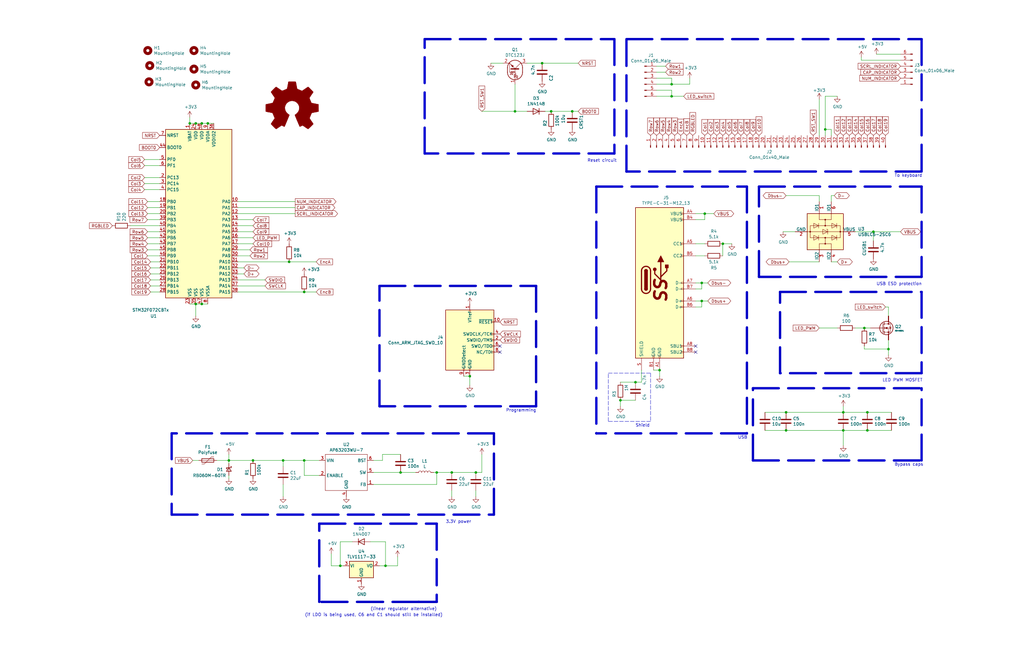
<source format=kicad_sch>
(kicad_sch (version 20200618) (host eeschema "(5.99.0-2195-g476558ece)")
  (page 1 1)
  (paper "B")
  (lib_symbols
    (symbol "Boston-controller-STM32-rescue:AO4406AL-Acheron"
      (property "Reference" "Q" (at -5.08 3.81 0))
      (property "Value" "AO4406AL-Acheron" (at -5.08 -2.54 0))
      (symbol "AO4406AL-Acheron_1_1"
        (pin passive line (at 0 -5.08 90) (length 2.54) (name "~") (number "1"))
        (pin passive line (at 0 -5.08 90) (length 2.54) (name "~") (number "2"))
        (pin passive line (at 0 -5.08 90) (length 2.54) (name "~") (number "3"))
        (pin input line (at -7.62 0 0) (length 5.08) (name "G") (number "4"))
        (pin passive line (at 0 5.08 270) (length 2.54) (name "D") (number "5"))
        (pin passive line (at 0 5.08 270) (length 2.54) (name "~") (number "6"))
        (pin passive line (at 0 5.08 270) (length 2.54) (name "~") (number "7"))
        (pin passive line (at 0 5.08 270) (length 2.54) (name "~") (number "8"))
      )
    )
    (symbol "Boston-controller-STM32-rescue:AP63203WU-7-Acheron"
      (property "Reference" "U" (at 0 13.97 0))
      (property "Value" "AP63203WU-7-Acheron" (at 0 11.43 0))
      (symbol "AP63203WU-7-Acheron_1_1"
        (pin input line (at 11.43 -2.54 180) (length 2.54) (name "FB") (number "1"))
        (pin input line (at -11.43 1.27 0) (length 2.54) (name "ENABLE") (number "2"))
        (pin input line (at -11.43 7.62 0) (length 2.54) (name "VIN") (number "3"))
        (pin input line (at 0 -7.62 90) (length 2.54) (name "GND") (number "4"))
        (pin output line (at 11.43 2.54 180) (length 2.54) (name "SW") (number "5"))
        (pin input line (at 11.43 7.62 180) (length 2.54) (name "BST") (number "6"))
      )
    )
    (symbol "Boston-controller-STM32-rescue:TYPE-C-31-M12_13-Acheron"
      (property "Reference" "J" (at -1.27 35.56 0))
      (property "Value" "TYPE-C-31-M12_13-Acheron" (at 10.16 33.02 0))
      (symbol "TYPE-C-31-M12_13-Acheron_0_0"
        (text "SS" (at 0.508 -3.175 900) (effects (font (size 5.08 5.08) bold italic)))
      )
      (symbol "TYPE-C-31-M12_13-Acheron_1_1"
        (pin power_out line (at 0 -36.83 90) (length 5.08) (name "GND") (number "A1"))
        (pin power_out line (at 15.24 29.21 180) (length 5.08) (name "VBUS") (number "A4"))
        (pin bidirectional line (at 15.24 16.51 180) (length 5.08) (name "CC1") (number "A5"))
        (pin bidirectional line (at 15.24 -7.62 180) (length 5.08) (name "D+") (number "A6"))
        (pin bidirectional line (at 15.24 0 180) (length 5.08) (name "D-") (number "A7"))
        (pin bidirectional line (at 15.24 -26.67 180) (length 5.08) (name "SBU1") (number "A8"))
        (pin power_out line (at -2.54 -36.83 90) (length 5.08) (name "GND") (number "B1"))
        (pin power_out line (at 15.24 26.67 180) (length 5.08) (name "VBUS") (number "B4"))
        (pin bidirectional line (at 15.24 11.43 180) (length 5.08) (name "CC2") (number "B5"))
        (pin bidirectional line (at 15.24 -10.16 180) (length 5.08) (name "D+") (number "B6"))
        (pin bidirectional line (at 15.24 -2.54 180) (length 5.08) (name "D-") (number "B7"))
        (pin bidirectional line (at 15.24 -29.21 180) (length 5.08) (name "SBU2") (number "B8"))
        (pin passive line (at -7.62 -36.83 90) (length 5.08) (name "SHIELD") (number "S"))
      )
    )
    (symbol "Boston-controller-STM32-rescue:USBLC6-2SC6-Power_Protection" (pin_names (offset 0))
      (property "Reference" "U" (at 5.08 8.89 0))
      (property "Value" "USBLC6-2SC6-Power_Protection" (at 10.16 -10.16 0))
      (symbol "USBLC6-2SC6-Power_Protection_1_1"
        (pin passive line (at -12.7 -2.54 0) (length 5.08) (name "IO1") (number "1"))
        (pin passive line (at 0 -12.7 90) (length 5.08) (name "GND") (number "2"))
        (pin passive line (at 12.7 -2.54 180) (length 5.08) (name "IO2") (number "3"))
        (pin passive line (at 12.7 2.54 180) (length 5.08) (name "IO2") (number "4"))
        (pin passive line (at 0 12.7 270) (length 5.08) (name "VBUS") (number "5"))
        (pin passive line (at -12.7 2.54 0) (length 5.08) (name "IO1") (number "6"))
      )
    )
    (symbol "Connector:Conn_01x06_Male" (pin_names hide)
      (property "Reference" "J" (at 0 7.62 0))
      (property "Value" "Conn_01x06_Male" (at 0 -10.16 0))
      (symbol "Conn_01x06_Male_1_1"
        (pin passive line (at 5.08 5.08 180) (length 3.81) (name "Pin_1") (number "1"))
        (pin passive line (at 5.08 2.54 180) (length 3.81) (name "Pin_2") (number "2"))
        (pin passive line (at 5.08 0 180) (length 3.81) (name "Pin_3") (number "3"))
        (pin passive line (at 5.08 -2.54 180) (length 3.81) (name "Pin_4") (number "4"))
        (pin passive line (at 5.08 -5.08 180) (length 3.81) (name "Pin_5") (number "5"))
        (pin passive line (at 5.08 -7.62 180) (length 3.81) (name "Pin_6") (number "6"))
      )
    )
    (symbol "Connector:Conn_01x40_Male" (pin_names hide)
      (property "Reference" "J" (at 0 50.8 0))
      (property "Value" "Conn_01x40_Male" (at 0 -53.34 0))
      (symbol "Conn_01x40_Male_1_1"
        (pin passive line (at 5.08 48.26 180) (length 3.81) (name "Pin_1") (number "1"))
        (pin passive line (at 5.08 25.4 180) (length 3.81) (name "Pin_10") (number "10"))
        (pin passive line (at 5.08 22.86 180) (length 3.81) (name "Pin_11") (number "11"))
        (pin passive line (at 5.08 20.32 180) (length 3.81) (name "Pin_12") (number "12"))
        (pin passive line (at 5.08 17.78 180) (length 3.81) (name "Pin_13") (number "13"))
        (pin passive line (at 5.08 15.24 180) (length 3.81) (name "Pin_14") (number "14"))
        (pin passive line (at 5.08 12.7 180) (length 3.81) (name "Pin_15") (number "15"))
        (pin passive line (at 5.08 10.16 180) (length 3.81) (name "Pin_16") (number "16"))
        (pin passive line (at 5.08 7.62 180) (length 3.81) (name "Pin_17") (number "17"))
        (pin passive line (at 5.08 5.08 180) (length 3.81) (name "Pin_18") (number "18"))
        (pin passive line (at 5.08 2.54 180) (length 3.81) (name "Pin_19") (number "19"))
        (pin passive line (at 5.08 45.72 180) (length 3.81) (name "Pin_2") (number "2"))
        (pin passive line (at 5.08 0 180) (length 3.81) (name "Pin_20") (number "20"))
        (pin passive line (at 5.08 -2.54 180) (length 3.81) (name "Pin_21") (number "21"))
        (pin passive line (at 5.08 -5.08 180) (length 3.81) (name "Pin_22") (number "22"))
        (pin passive line (at 5.08 -7.62 180) (length 3.81) (name "Pin_23") (number "23"))
        (pin passive line (at 5.08 -10.16 180) (length 3.81) (name "Pin_24") (number "24"))
        (pin passive line (at 5.08 -12.7 180) (length 3.81) (name "Pin_25") (number "25"))
        (pin passive line (at 5.08 -15.24 180) (length 3.81) (name "Pin_26") (number "26"))
        (pin passive line (at 5.08 -17.78 180) (length 3.81) (name "Pin_27") (number "27"))
        (pin passive line (at 5.08 -20.32 180) (length 3.81) (name "Pin_28") (number "28"))
        (pin passive line (at 5.08 -22.86 180) (length 3.81) (name "Pin_29") (number "29"))
        (pin passive line (at 5.08 43.18 180) (length 3.81) (name "Pin_3") (number "3"))
        (pin passive line (at 5.08 -25.4 180) (length 3.81) (name "Pin_30") (number "30"))
        (pin passive line (at 5.08 -27.94 180) (length 3.81) (name "Pin_31") (number "31"))
        (pin passive line (at 5.08 -30.48 180) (length 3.81) (name "Pin_32") (number "32"))
        (pin passive line (at 5.08 -33.02 180) (length 3.81) (name "Pin_33") (number "33"))
        (pin passive line (at 5.08 -35.56 180) (length 3.81) (name "Pin_34") (number "34"))
        (pin passive line (at 5.08 -38.1 180) (length 3.81) (name "Pin_35") (number "35"))
        (pin passive line (at 5.08 -40.64 180) (length 3.81) (name "Pin_36") (number "36"))
        (pin passive line (at 5.08 -43.18 180) (length 3.81) (name "Pin_37") (number "37"))
        (pin passive line (at 5.08 -45.72 180) (length 3.81) (name "Pin_38") (number "38"))
        (pin passive line (at 5.08 -48.26 180) (length 3.81) (name "Pin_39") (number "39"))
        (pin passive line (at 5.08 40.64 180) (length 3.81) (name "Pin_4") (number "4"))
        (pin passive line (at 5.08 -50.8 180) (length 3.81) (name "Pin_40") (number "40"))
        (pin passive line (at 5.08 38.1 180) (length 3.81) (name "Pin_5") (number "5"))
        (pin passive line (at 5.08 35.56 180) (length 3.81) (name "Pin_6") (number "6"))
        (pin passive line (at 5.08 33.02 180) (length 3.81) (name "Pin_7") (number "7"))
        (pin passive line (at 5.08 30.48 180) (length 3.81) (name "Pin_8") (number "8"))
        (pin passive line (at 5.08 27.94 180) (length 3.81) (name "Pin_9") (number "9"))
      )
    )
    (symbol "Connector:Conn_ARM_JTAG_SWD_10"
      (property "Reference" "J" (at -2.54 16.51 0))
      (property "Value" "Conn_ARM_JTAG_SWD_10" (at -2.54 13.97 0))
      (symbol "Conn_ARM_JTAG_SWD_10_1_1"
        (pin power_in line (at 0 15.24 270) (length 2.54) (name "VTref") (number "1"))
        (pin open_collector line (at 12.7 7.62 180) (length 2.54) (name "~RESET~") (number "10"))
        (pin bidirectional line (at 12.7 0 180) (length 2.54) (name "SWDIO/TMS") (number "2"))
        (pin power_in line (at 0 -15.24 90) (length 2.54) (name "GND") (number "3"))
        (pin output line (at 12.7 2.54 180) (length 2.54) (name "SWDCLK/TCK") (number "4"))
        (pin passive line (at 0 -15.24 90) (length 2.54) hide (name "GND") (number "5"))
        (pin input line (at 12.7 -2.54 180) (length 2.54) (name "SWO/TDO") (number "6"))
        (pin unconnected line (at -10.16 0 0) (length 2.54) hide (name "KEY") (number "7"))
        (pin output line (at 12.7 -5.08 180) (length 2.54) (name "NC/TDI") (number "8"))
        (pin passive line (at -2.54 -15.24 90) (length 2.54) (name "GNDDetect") (number "9"))
      )
    )
    (symbol "Device:C" (pin_numbers hide) (pin_names (offset 0.254))
      (property "Reference" "C" (at 0.635 2.54 0))
      (property "Value" "C" (at 0.635 -2.54 0))
      (symbol "C_1_1"
        (pin passive line (at 0 3.81 270) (length 2.794) (name "~") (number "1"))
        (pin passive line (at 0 -3.81 90) (length 2.794) (name "~") (number "2"))
      )
    )
    (symbol "Device:D_Schottky_Small" (pin_numbers hide) (pin_names (offset 0.254) hide)
      (property "Reference" "D" (at -1.27 2.032 0))
      (property "Value" "D_Schottky_Small" (at -7.112 -2.032 0))
      (symbol "D_Schottky_Small_1_1"
        (pin passive line (at -2.54 0 0) (length 1.778) (name "K") (number "1"))
        (pin passive line (at 2.54 0 180) (length 1.778) (name "A") (number "2"))
      )
    )
    (symbol "Device:L" (pin_numbers hide) (pin_names hide)
      (property "Reference" "L" (at -1.27 0 90))
      (property "Value" "L" (at 1.905 0 90))
      (symbol "L_1_1"
        (pin passive line (at 0 3.81 270) (length 1.27) (name "1") (number "1"))
        (pin passive line (at 0 -3.81 90) (length 1.27) (name "2") (number "2"))
      )
    )
    (symbol "Device:Polyfuse" (pin_numbers hide) (pin_names (offset 0))
      (property "Reference" "F" (at -2.54 0 90))
      (property "Value" "Polyfuse" (at 2.54 0 90))
      (symbol "Polyfuse_1_1"
        (pin passive line (at 0 3.81 270) (length 1.27) (name "~") (number "1"))
        (pin passive line (at 0 -3.81 90) (length 1.27) (name "~") (number "2"))
      )
    )
    (symbol "Device:R" (pin_numbers hide) (pin_names (offset 0))
      (property "Reference" "R" (at 2.032 0 90))
      (property "Value" "R" (at 0 0 90))
      (symbol "R_1_1"
        (pin passive line (at 0 3.81 270) (length 1.27) (name "~") (number "1"))
        (pin passive line (at 0 -3.81 90) (length 1.27) (name "~") (number "2"))
      )
    )
    (symbol "Diode:1N4007" (pin_numbers hide) (pin_names hide)
      (property "Reference" "D" (at 0 2.54 0))
      (property "Value" "1N4007" (at 0 -2.54 0))
      (symbol "1N4007_1_1"
        (pin passive line (at -3.81 0 0) (length 2.54) (name "K") (number "1"))
        (pin passive line (at 3.81 0 180) (length 2.54) (name "A") (number "2"))
      )
    )
    (symbol "Diode:1N4148" (pin_numbers hide) (pin_names hide)
      (property "Reference" "D" (at 0 2.54 0))
      (property "Value" "1N4148" (at 0 -2.54 0))
      (symbol "1N4148_1_1"
        (pin passive line (at -3.81 0 0) (length 2.54) (name "K") (number "1"))
        (pin passive line (at 3.81 0 180) (length 2.54) (name "A") (number "2"))
      )
    )
    (symbol "Graphic:Logo_Open_Hardware_Large")
    (symbol "MCU_ST_STM32F0:STM32F072CBTx" (pin_names (offset 0.508))
      (property "Reference" "U" (at -15.24 36.83 0))
      (property "Value" "STM32F072CBTx" (at 7.62 36.83 0))
      (symbol "STM32F072CBTx_1_1"
        (pin power_in line (at -5.08 38.1 270) (length 2.54) (name "VBAT") (number "1"))
        (pin bidirectional line (at 15.24 5.08 180) (length 2.54) (name "PA0") (number "10"))
        (pin bidirectional line (at 15.24 2.54 180) (length 2.54) (name "PA1") (number "11"))
        (pin bidirectional line (at 15.24 0 180) (length 2.54) (name "PA2") (number "12"))
        (pin bidirectional line (at 15.24 -2.54 180) (length 2.54) (name "PA3") (number "13"))
        (pin bidirectional line (at 15.24 -5.08 180) (length 2.54) (name "PA4") (number "14"))
        (pin bidirectional line (at 15.24 -7.62 180) (length 2.54) (name "PA5") (number "15"))
        (pin bidirectional line (at 15.24 -10.16 180) (length 2.54) (name "PA6") (number "16"))
        (pin bidirectional line (at 15.24 -12.7 180) (length 2.54) (name "PA7") (number "17"))
        (pin bidirectional line (at -17.78 5.08 0) (length 2.54) (name "PB0") (number "18"))
        (pin bidirectional line (at -17.78 2.54 0) (length 2.54) (name "PB1") (number "19"))
        (pin bidirectional line (at -17.78 15.24 0) (length 2.54) (name "PC13") (number "2"))
        (pin bidirectional line (at -17.78 0 0) (length 2.54) (name "PB2") (number "20"))
        (pin bidirectional line (at -17.78 -20.32 0) (length 2.54) (name "PB10") (number "21"))
        (pin bidirectional line (at -17.78 -22.86 0) (length 2.54) (name "PB11") (number "22"))
        (pin power_in line (at -5.08 -38.1 90) (length 2.54) (name "VSS") (number "23"))
        (pin power_in line (at -2.54 38.1 270) (length 2.54) (name "VDD") (number "24"))
        (pin bidirectional line (at -17.78 -25.4 0) (length 2.54) (name "PB12") (number "25"))
        (pin bidirectional line (at -17.78 -27.94 0) (length 2.54) (name "PB13") (number "26"))
        (pin bidirectional line (at -17.78 -30.48 0) (length 2.54) (name "PB14") (number "27"))
        (pin bidirectional line (at -17.78 -33.02 0) (length 2.54) (name "PB15") (number "28"))
        (pin bidirectional line (at 15.24 -15.24 180) (length 2.54) (name "PA8") (number "29"))
        (pin bidirectional line (at -17.78 12.7 0) (length 2.54) (name "PC14") (number "3"))
        (pin bidirectional line (at 15.24 -17.78 180) (length 2.54) (name "PA9") (number "30"))
        (pin bidirectional line (at 15.24 -20.32 180) (length 2.54) (name "PA10") (number "31"))
        (pin bidirectional line (at 15.24 -22.86 180) (length 2.54) (name "PA11") (number "32"))
        (pin bidirectional line (at 15.24 -25.4 180) (length 2.54) (name "PA12") (number "33"))
        (pin bidirectional line (at 15.24 -27.94 180) (length 2.54) (name "PA13") (number "34"))
        (pin power_in line (at -2.54 -38.1 90) (length 2.54) (name "VSS") (number "35"))
        (pin power_in line (at 5.08 38.1 270) (length 2.54) (name "VDDIO2") (number "36"))
        (pin bidirectional line (at 15.24 -30.48 180) (length 2.54) (name "PA14") (number "37"))
        (pin bidirectional line (at 15.24 -33.02 180) (length 2.54) (name "PA15") (number "38"))
        (pin bidirectional line (at -17.78 -2.54 0) (length 2.54) (name "PB3") (number "39"))
        (pin bidirectional line (at -17.78 10.16 0) (length 2.54) (name "PC15") (number "4"))
        (pin bidirectional line (at -17.78 -5.08 0) (length 2.54) (name "PB4") (number "40"))
        (pin bidirectional line (at -17.78 -7.62 0) (length 2.54) (name "PB5") (number "41"))
        (pin bidirectional line (at -17.78 -10.16 0) (length 2.54) (name "PB6") (number "42"))
        (pin bidirectional line (at -17.78 -12.7 0) (length 2.54) (name "PB7") (number "43"))
        (pin input line (at -17.78 27.94 0) (length 2.54) (name "BOOT0") (number "44"))
        (pin bidirectional line (at -17.78 -15.24 0) (length 2.54) (name "PB8") (number "45"))
        (pin bidirectional line (at -17.78 -17.78 0) (length 2.54) (name "PB9") (number "46"))
        (pin power_in line (at 0 -38.1 90) (length 2.54) (name "VSS") (number "47"))
        (pin power_in line (at 0 38.1 270) (length 2.54) (name "VDD") (number "48"))
        (pin input line (at -17.78 22.86 0) (length 2.54) (name "PF0") (number "5"))
        (pin input line (at -17.78 20.32 0) (length 2.54) (name "PF1") (number "6"))
        (pin input line (at -17.78 33.02 0) (length 2.54) (name "NRST") (number "7"))
        (pin power_in line (at 2.54 -38.1 90) (length 2.54) (name "VSSA") (number "8"))
        (pin power_in line (at 2.54 38.1 270) (length 2.54) (name "VDDA") (number "9"))
      )
    )
    (symbol "Mechanical:MountingHole"
      (property "Reference" "H" (at 0 5.08 0))
      (property "Value" "MountingHole" (at 0 3.175 0))
    )
    (symbol "Regulator_Linear:TLV1117-33" (pin_names (offset 0.254))
      (property "Reference" "U" (at -3.81 3.175 0))
      (property "Value" "TLV1117-33" (at 0 3.175 0))
      (symbol "TLV1117-33_1_1"
        (pin power_in line (at 0 -7.62 90) (length 2.54) (name "GND") (number "1"))
        (pin power_out line (at 7.62 0 180) (length 2.54) (name "VO") (number "2"))
        (pin power_in line (at -7.62 0 0) (length 2.54) (name "VI") (number "3"))
      )
    )
    (symbol "Transistor_BJT:DTC123J" (pin_names (offset 0) hide)
      (property "Reference" "Q" (at 5.08 1.905 0))
      (property "Value" "DTC123J" (at 5.08 0 0))
      (symbol "DTC123J_0_0"
        (text "2k2" (at -3.302 0.889 0) (effects (font (size 0.508 0.508))))
        (text "47k" (at -2.159 -1.524 900) (effects (font (size 0.508 0.508))))
      )
      (symbol "DTC123J_1_1"
        (pin input line (at -6.35 0 0) (length 2.54) (name "B") (number "1"))
        (pin passive line (at 2.54 -5.08 90) (length 2.54) (name "E") (number "2"))
        (pin passive line (at 2.54 5.08 270) (length 2.54) (name "C") (number "3"))
      )
    )
    (symbol "power:+3.3V" (power) (pin_names (offset 0))
      (property "Value" "+3.3V" (at 0 3.556 0))
      (symbol "+3.3V_1_1"
        (pin power_in line (at 0 0 90) (length 0) hide (name "+3V3") (number "1"))
      )
    )
    (symbol "power:+5V" (power) (pin_names (offset 0))
      (property "Value" "+5V" (at 0 3.556 0))
      (symbol "+5V_1_1"
        (pin power_in line (at 0 0 90) (length 0) hide (name "+5V") (number "1"))
      )
    )
    (symbol "power:GND" (power) (pin_names (offset 0))
      (property "Value" "GND" (at 0 -3.81 0))
      (symbol "GND_1_1"
        (pin power_in line (at 0 0 270) (length 0) hide (name "GND") (number "1"))
      )
    )
  )
  (junction (at 80.01 52.07))
  (junction (at 82.55 52.07))
  (junction (at 82.55 128.27))
  (junction (at 85.09 52.07))
  (junction (at 85.09 128.27))
  (junction (at 87.63 52.07))
  (junction (at 96.52 194.31))
  (junction (at 106.68 194.31))
  (junction (at 119.38 194.31))
  (junction (at 121.92 110.49))
  (junction (at 128.27 123.19))
  (junction (at 128.27 194.31))
  (junction (at 143.51 238.76))
  (junction (at 162.56 238.76))
  (junction (at 168.91 199.39))
  (junction (at 184.15 199.39))
  (junction (at 190.5 199.39))
  (junction (at 198.12 158.75))
  (junction (at 200.66 199.39))
  (junction (at 217.17 46.99))
  (junction (at 228.6 26.67))
  (junction (at 232.41 46.99))
  (junction (at 241.3 46.99))
  (junction (at 261.62 168.91))
  (junction (at 267.97 161.29))
  (junction (at 278.13 156.21))
  (junction (at 283.21 35.56))
  (junction (at 283.21 40.64))
  (junction (at 295.91 119.38))
  (junction (at 295.91 127))
  (junction (at 297.18 90.17))
  (junction (at 304.8 102.87))
  (junction (at 331.47 173.99))
  (junction (at 331.47 181.61))
  (junction (at 347.98 54.61))
  (junction (at 355.6 173.99))
  (junction (at 355.6 181.61))
  (junction (at 364.49 138.43))
  (junction (at 365.76 173.99))
  (junction (at 365.76 181.61))
  (junction (at 368.3 97.79))
  (junction (at 374.65 147.32))
  (no_connect (at 293.37 146.05))
  (no_connect (at 293.37 148.59))
  (no_connect (at 210.82 146.05))
  (no_connect (at 210.82 148.59))
  (wire (pts (xy 55.0164 95.25) (xy 67.31 95.25)))
  (wire (pts (xy 60.96 67.31) (xy 67.31 67.31)))
  (wire (pts (xy 60.96 74.93) (xy 67.31 74.93)))
  (wire (pts (xy 60.96 80.01) (xy 67.31 80.01)))
  (wire (pts (xy 62.1792 92.71) (xy 67.31 92.71)))
  (wire (pts (xy 62.23 85.09) (xy 67.31 85.09)))
  (wire (pts (xy 62.23 90.17) (xy 67.31 90.17)))
  (wire (pts (xy 62.23 97.79) (xy 67.31 97.79)))
  (wire (pts (xy 62.23 102.87) (xy 67.31 102.87)))
  (wire (pts (xy 62.23 105.41) (xy 67.31 105.41)))
  (wire (pts (xy 62.23 107.95) (xy 67.31 107.95)))
  (wire (pts (xy 63.5 113.03) (xy 67.31 113.03)))
  (wire (pts (xy 63.5 115.57) (xy 67.31 115.57)))
  (wire (pts (xy 63.5 120.65) (xy 67.31 120.65)))
  (wire (pts (xy 67.31 69.85) (xy 60.96 69.85)))
  (wire (pts (xy 67.31 77.47) (xy 60.96 77.47)))
  (wire (pts (xy 67.31 87.63) (xy 62.23 87.63)))
  (wire (pts (xy 67.31 100.33) (xy 62.23 100.33)))
  (wire (pts (xy 67.31 110.49) (xy 63.5 110.49)))
  (wire (pts (xy 67.31 118.11) (xy 63.5 118.11)))
  (wire (pts (xy 67.31 123.19) (xy 63.5 123.19)))
  (wire (pts (xy 80.01 52.07) (xy 80.01 49.53)))
  (wire (pts (xy 81.28 194.31) (xy 83.82 194.31)))
  (wire (pts (xy 82.55 52.07) (xy 80.01 52.07)))
  (wire (pts (xy 82.55 128.27) (xy 80.01 128.27)))
  (wire (pts (xy 82.55 133.35) (xy 82.55 128.27)))
  (wire (pts (xy 85.09 52.07) (xy 82.55 52.07)))
  (wire (pts (xy 85.09 128.27) (xy 82.55 128.27)))
  (wire (pts (xy 87.63 52.07) (xy 85.09 52.07)))
  (wire (pts (xy 87.63 128.27) (xy 85.09 128.27)))
  (wire (pts (xy 90.17 52.07) (xy 87.63 52.07)))
  (wire (pts (xy 91.44 194.31) (xy 96.52 194.31)))
  (wire (pts (xy 96.52 191.77) (xy 96.52 194.31)))
  (wire (pts (xy 96.52 194.31) (xy 106.68 194.31)))
  (wire (pts (xy 96.52 195.58) (xy 96.52 194.31)))
  (wire (pts (xy 96.52 201.93) (xy 96.52 200.66)))
  (wire (pts (xy 100.33 85.09) (xy 124.46 85.09)))
  (wire (pts (xy 100.33 90.17) (xy 124.46 90.17)))
  (wire (pts (xy 100.33 92.71) (xy 106.68 92.71)))
  (wire (pts (xy 100.33 97.79) (xy 106.68 97.79)))
  (wire (pts (xy 100.33 100.33) (xy 106.68 100.33)))
  (wire (pts (xy 100.33 115.57) (xy 102.87 115.57)))
  (wire (pts (xy 100.33 118.11) (xy 111.76 118.11)))
  (wire (pts (xy 100.33 120.65) (xy 111.76 120.65)))
  (wire (pts (xy 102.87 113.03) (xy 100.33 113.03)))
  (wire (pts (xy 105.41 105.41) (xy 100.33 105.41)))
  (wire (pts (xy 105.41 107.95) (xy 100.33 107.95)))
  (wire (pts (xy 106.68 95.25) (xy 100.33 95.25)))
  (wire (pts (xy 106.68 102.87) (xy 100.33 102.87)))
  (wire (pts (xy 106.68 194.31) (xy 119.38 194.31)))
  (wire (pts (xy 119.38 194.31) (xy 128.27 194.31)))
  (wire (pts (xy 119.38 196.85) (xy 119.38 194.31)))
  (wire (pts (xy 119.38 209.55) (xy 119.38 204.47)))
  (wire (pts (xy 121.92 110.49) (xy 100.33 110.49)))
  (wire (pts (xy 124.46 87.63) (xy 100.33 87.63)))
  (wire (pts (xy 128.27 123.19) (xy 100.33 123.19)))
  (wire (pts (xy 128.27 194.31) (xy 134.62 194.31)))
  (wire (pts (xy 128.27 200.66) (xy 128.27 194.31)))
  (wire (pts (xy 133.35 110.49) (xy 121.92 110.49)))
  (wire (pts (xy 133.35 123.19) (xy 128.27 123.19)))
  (wire (pts (xy 134.62 200.66) (xy 128.27 200.66)))
  (wire (pts (xy 139.7 238.76) (xy 139.7 233.68)))
  (wire (pts (xy 143.51 228.6) (xy 143.51 238.76)))
  (wire (pts (xy 143.51 238.76) (xy 139.7 238.76)))
  (wire (pts (xy 144.78 238.76) (xy 143.51 238.76)))
  (wire (pts (xy 148.59 228.6) (xy 143.51 228.6)))
  (wire (pts (xy 156.21 228.6) (xy 162.56 228.6)))
  (wire (pts (xy 157.48 194.31) (xy 161.29 194.31)))
  (wire (pts (xy 157.48 204.47) (xy 184.15 204.47)))
  (wire (pts (xy 160.02 238.76) (xy 162.56 238.76)))
  (wire (pts (xy 161.29 191.77) (xy 168.91 191.77)))
  (wire (pts (xy 161.29 194.31) (xy 161.29 191.77)))
  (wire (pts (xy 162.56 228.6) (xy 162.56 238.76)))
  (wire (pts (xy 162.56 238.76) (xy 167.64 238.76)))
  (wire (pts (xy 167.64 238.76) (xy 167.64 234.95)))
  (wire (pts (xy 168.91 199.39) (xy 157.48 199.39)))
  (wire (pts (xy 175.26 199.39) (xy 168.91 199.39)))
  (wire (pts (xy 182.88 199.39) (xy 184.15 199.39)))
  (wire (pts (xy 184.15 199.39) (xy 190.5 199.39)))
  (wire (pts (xy 184.15 204.47) (xy 184.15 199.39)))
  (wire (pts (xy 190.5 199.39) (xy 200.66 199.39)))
  (wire (pts (xy 190.5 207.01) (xy 190.5 209.55)))
  (wire (pts (xy 198.12 158.75) (xy 195.58 158.75)))
  (wire (pts (xy 198.12 162.56) (xy 198.12 158.75)))
  (wire (pts (xy 200.66 199.39) (xy 203.2 199.39)))
  (wire (pts (xy 200.66 209.55) (xy 200.66 207.01)))
  (wire (pts (xy 203.2 46.99) (xy 217.17 46.99)))
  (wire (pts (xy 203.2 199.39) (xy 203.2 191.77)))
  (wire (pts (xy 212.09 26.67) (xy 207.01 26.67)))
  (wire (pts (xy 217.17 35.56) (xy 217.17 46.99)))
  (wire (pts (xy 222.25 26.67) (xy 228.6 26.67)))
  (wire (pts (xy 222.25 46.99) (xy 217.17 46.99)))
  (wire (pts (xy 228.6 26.67) (xy 243.84 26.67)))
  (wire (pts (xy 232.41 46.99) (xy 229.87 46.99)))
  (wire (pts (xy 241.3 46.99) (xy 232.41 46.99)))
  (wire (pts (xy 243.84 46.99) (xy 241.3 46.99)))
  (wire (pts (xy 261.62 168.91) (xy 261.62 171.45)))
  (wire (pts (xy 267.97 161.29) (xy 261.62 161.29)))
  (wire (pts (xy 267.97 168.91) (xy 261.62 168.91)))
  (wire (pts (xy 270.51 156.21) (xy 270.51 161.29)))
  (wire (pts (xy 270.51 161.29) (xy 267.97 161.29)))
  (wire (pts (xy 276.86 27.94) (xy 280.67 27.94)))
  (wire (pts (xy 276.86 30.48) (xy 280.67 30.48)))
  (wire (pts (xy 276.86 33.02) (xy 283.21 33.02)))
  (wire (pts (xy 276.86 35.56) (xy 283.21 35.56)))
  (wire (pts (xy 276.86 38.1) (xy 283.21 38.1)))
  (wire (pts (xy 276.86 40.64) (xy 283.21 40.64)))
  (wire (pts (xy 278.13 156.21) (xy 275.59 156.21)))
  (wire (pts (xy 278.13 158.75) (xy 278.13 156.21)))
  (wire (pts (xy 283.21 33.02) (xy 283.21 35.56)))
  (wire (pts (xy 283.21 35.56) (xy 290.83 35.56)))
  (wire (pts (xy 283.21 38.1) (xy 283.21 40.64)))
  (wire (pts (xy 283.21 40.64) (xy 288.29 40.64)))
  (wire (pts (xy 290.83 33.02) (xy 290.83 35.56)))
  (wire (pts (xy 293.37 92.71) (xy 297.18 92.71)))
  (wire (pts (xy 293.37 107.95) (xy 297.18 107.95)))
  (wire (pts (xy 293.37 121.92) (xy 295.91 121.92)))
  (wire (pts (xy 293.37 129.54) (xy 295.91 129.54)))
  (wire (pts (xy 295.91 119.38) (xy 293.37 119.38)))
  (wire (pts (xy 295.91 121.92) (xy 295.91 119.38)))
  (wire (pts (xy 295.91 127) (xy 293.37 127)))
  (wire (pts (xy 295.91 129.54) (xy 295.91 127)))
  (wire (pts (xy 297.18 90.17) (xy 293.37 90.17)))
  (wire (pts (xy 297.18 92.71) (xy 297.18 90.17)))
  (wire (pts (xy 297.18 102.87) (xy 293.37 102.87)))
  (wire (pts (xy 298.45 119.38) (xy 295.91 119.38)))
  (wire (pts (xy 298.45 127) (xy 295.91 127)))
  (wire (pts (xy 300.99 90.17) (xy 297.18 90.17)))
  (wire (pts (xy 304.8 107.95) (xy 304.8 102.87)))
  (wire (pts (xy 308.61 102.87) (xy 304.8 102.87)))
  (wire (pts (xy 322.58 173.99) (xy 331.47 173.99)))
  (wire (pts (xy 331.47 82.55) (xy 345.44 82.55)))
  (wire (pts (xy 331.47 173.99) (xy 355.6 173.99)))
  (wire (pts (xy 331.47 181.61) (xy 322.58 181.61)))
  (wire (pts (xy 331.47 181.61) (xy 355.6 181.61)))
  (wire (pts (xy 332.74 110.49) (xy 345.44 110.49)))
  (wire (pts (xy 335.28 97.79) (xy 330.2 97.79)))
  (wire (pts (xy 345.44 41.91) (xy 345.44 57.15)))
  (wire (pts (xy 345.44 82.55) (xy 345.44 85.09)))
  (wire (pts (xy 347.98 40.64) (xy 347.98 54.61)))
  (wire (pts (xy 347.98 54.61) (xy 347.98 57.15)))
  (wire (pts (xy 350.52 54.61) (xy 347.98 54.61)))
  (wire (pts (xy 350.52 57.15) (xy 350.52 54.61)))
  (wire (pts (xy 350.52 85.09) (xy 350.52 82.55)))
  (wire (pts (xy 351.79 82.55) (xy 350.52 82.55)))
  (wire (pts (xy 353.06 40.64) (xy 347.98 40.64)))
  (wire (pts (xy 353.06 110.49) (xy 350.52 110.49)))
  (wire (pts (xy 353.06 138.43) (xy 345.44 138.43)))
  (wire (pts (xy 355.6 173.99) (xy 355.6 171.45)))
  (wire (pts (xy 355.6 181.61) (xy 355.6 187.96)))
  (wire (pts (xy 355.6 181.61) (xy 365.76 181.61)))
  (wire (pts (xy 363.22 25.4) (xy 363.22 24.13)))
  (wire (pts (xy 363.22 25.4) (xy 379.73 25.4)))
  (wire (pts (xy 364.49 138.43) (xy 360.68 138.43)))
  (wire (pts (xy 364.49 147.32) (xy 364.49 146.05)))
  (wire (pts (xy 365.76 173.99) (xy 355.6 173.99)))
  (wire (pts (xy 365.76 181.61) (xy 375.92 181.61)))
  (wire (pts (xy 367.03 138.43) (xy 364.49 138.43)))
  (wire (pts (xy 368.3 97.79) (xy 360.68 97.79)))
  (wire (pts (xy 368.3 101.6) (xy 368.3 97.79)))
  (wire (pts (xy 373.38 129.54) (xy 374.65 129.54)))
  (wire (pts (xy 374.65 129.54) (xy 374.65 133.35)))
  (wire (pts (xy 374.65 147.32) (xy 364.49 147.32)))
  (wire (pts (xy 374.65 147.32) (xy 374.65 143.51)))
  (wire (pts (xy 374.65 149.86) (xy 374.65 147.32)))
  (wire (pts (xy 375.92 173.99) (xy 365.76 173.99)))
  (wire (pts (xy 379.73 22.86) (xy 369.57 22.86)))
  (wire (pts (xy 379.73 97.79) (xy 368.3 97.79)))
  (polyline (pts (xy 72.39 182.88) (xy 72.39 217.17)) (stroke (width 0.9906) (type dash)))
  (polyline (pts (xy 72.39 217.17) (xy 208.28 217.17)) (stroke (width 0.9906) (type dash)))
  (polyline (pts (xy 134.62 220.98) (xy 184.15 220.98)) (stroke (width 1) (type dash)))
  (polyline (pts (xy 134.62 254) (xy 134.62 220.98)) (stroke (width 1) (type dash)))
  (polyline (pts (xy 160.02 120.65) (xy 226.06 120.65)) (stroke (width 0.9906) (type dash)))
  (polyline (pts (xy 160.02 171.45) (xy 160.02 120.65)) (stroke (width 0.9906) (type dash)))
  (polyline (pts (xy 176.53 254) (xy 134.62 254)) (stroke (width 1) (type dash)))
  (polyline (pts (xy 176.53 254) (xy 184.15 254)) (stroke (width 1) (type dash)))
  (polyline (pts (xy 179.07 16.51) (xy 259.08 16.51)) (stroke (width 0.9906) (type dash)))
  (polyline (pts (xy 179.07 64.77) (xy 179.07 16.51)) (stroke (width 0.9906) (type dash)))
  (polyline (pts (xy 184.15 220.98) (xy 184.15 254)) (stroke (width 1) (type dash)))
  (polyline (pts (xy 208.28 182.88) (xy 72.39 182.88)) (stroke (width 0.9906) (type dash)))
  (polyline (pts (xy 208.28 217.17) (xy 208.28 182.88)) (stroke (width 0.9906) (type dash)))
  (polyline (pts (xy 226.06 120.65) (xy 226.06 171.45)) (stroke (width 0.9906) (type dash)))
  (polyline (pts (xy 226.06 171.45) (xy 160.02 171.45)) (stroke (width 0.9906) (type dash)))
  (polyline (pts (xy 251.46 78.74) (xy 251.46 182.88)) (stroke (width 0.9906) (type dash)))
  (polyline (pts (xy 251.46 78.74) (xy 314.96 78.74)) (stroke (width 0.9906) (type dash)))
  (polyline (pts (xy 256.54 157.48) (xy 274.32 157.48)) (stroke (width 0) (type dash)))
  (polyline (pts (xy 256.54 177.8) (xy 256.54 157.48)) (stroke (width 0) (type dash)))
  (polyline (pts (xy 259.08 16.51) (xy 259.08 64.77)) (stroke (width 0.9906) (type dash)))
  (polyline (pts (xy 259.08 64.77) (xy 179.07 64.77)) (stroke (width 0.9906) (type dash)))
  (polyline (pts (xy 264.16 16.51) (xy 388.62 16.51)) (stroke (width 0.9906) (type dash)))
  (polyline (pts (xy 264.16 72.39) (xy 264.16 16.51)) (stroke (width 0.9906) (type dash)))
  (polyline (pts (xy 274.32 157.48) (xy 274.32 177.8)) (stroke (width 0) (type dash)))
  (polyline (pts (xy 274.32 177.8) (xy 256.54 177.8)) (stroke (width 0) (type dash)))
  (polyline (pts (xy 314.96 78.74) (xy 314.96 182.88)) (stroke (width 0.9906) (type dash)))
  (polyline (pts (xy 314.96 182.88) (xy 251.46 182.88)) (stroke (width 0.9906) (type dash)))
  (polyline (pts (xy 317.5 163.83) (xy 388.62 163.83)) (stroke (width 0.9906) (type dash)))
  (polyline (pts (xy 317.5 194.31) (xy 317.5 163.83)) (stroke (width 0.9906) (type dash)))
  (polyline (pts (xy 317.5 194.31) (xy 388.62 194.31)) (stroke (width 0.9906) (type dash)))
  (polyline (pts (xy 320.04 78.74) (xy 388.62 78.74)) (stroke (width 0.9906) (type dash)))
  (polyline (pts (xy 320.04 116.84) (xy 320.04 78.74)) (stroke (width 0.9906) (type dash)))
  (polyline (pts (xy 328.93 123.19) (xy 388.62 123.19)) (stroke (width 0.9906) (type dash)))
  (polyline (pts (xy 328.93 157.48) (xy 328.93 123.19)) (stroke (width 0.9906) (type dash)))
  (polyline (pts (xy 388.62 16.51) (xy 388.62 72.39)) (stroke (width 0.9906) (type dash)))
  (polyline (pts (xy 388.62 72.39) (xy 264.16 72.39)) (stroke (width 0.9906) (type dash)))
  (polyline (pts (xy 388.62 78.74) (xy 388.62 116.84)) (stroke (width 0.9906) (type dash)))
  (polyline (pts (xy 388.62 116.84) (xy 320.04 116.84)) (stroke (width 0.9906) (type dash)))
  (polyline (pts (xy 388.62 123.19) (xy 388.62 157.48)) (stroke (width 0.9906) (type dash)))
  (polyline (pts (xy 388.62 157.48) (xy 328.93 157.48)) (stroke (width 0.9906) (type dash)))
  (polyline (pts (xy 388.62 194.31) (xy 388.62 163.83)) (stroke (width 0.9906) (type dash)))
  (text "(linear regulator alternative)\n" (at 156.21 257.81 0) (effects (font (size 1.27 1.27)) (justify left bottom)))
  (text "(if LDO is being used, C6 and C1 should still be installed)" (at 186.69 260.35 0) (effects (font (size 1.27 1.27)) (justify right bottom)))
  (text "3.3V power" (at 187.96 220.98 0) (effects (font (size 1.27 1.27)) (justify left bottom)))
  (text "Programming" (at 213.36 173.99 0) (effects (font (size 1.27 1.27)) (justify left bottom)))
  (text "Reset circuit" (at 247.65 68.58 0) (effects (font (size 1.27 1.27)) (justify left bottom)))
  (text "Shield" (at 267.97 180.34 0) (effects (font (size 1.27 1.27)) (justify left bottom)))
  (text "USB" (at 311.15 185.42 0) (effects (font (size 1.27 1.27)) (justify left bottom)))
  (text "USB ESD protection\n" (at 369.57 120.65 0) (effects (font (size 1.27 1.27)) (justify left bottom)))
  (text "LED PWM MOSFET" (at 372.11 161.29 0) (effects (font (size 1.27 1.27)) (justify left bottom)))
  (text "To keyboard" (at 377.19 74.93 0) (effects (font (size 1.27 1.27)) (justify left bottom)))
  (text "Bypass caps" (at 377.19 196.85 0) (effects (font (size 1.27 1.27)) (justify left bottom)))
  (global_label "RGBLED" (shape input) (at 47.3964 95.25 180))
  (global_label "Col5" (shape input) (at 60.96 67.31 180))
  (global_label "Col6" (shape input) (at 60.96 69.85 180))
  (global_label "Col2" (shape input) (at 60.96 74.93 180))
  (global_label "Col3" (shape input) (at 60.96 77.47 180))
  (global_label "Col4" (shape input) (at 60.96 80.01 180))
  (global_label "Row7" (shape input) (at 62.1792 92.71 180))
  (global_label "Col11" (shape input) (at 62.23 85.09 180))
  (global_label "Col12" (shape input) (at 62.23 87.63 180))
  (global_label "Col13" (shape input) (at 62.23 90.17 180))
  (global_label "Row6" (shape input) (at 62.23 97.79 180))
  (global_label "Row5" (shape input) (at 62.23 100.33 180))
  (global_label "Row4" (shape input) (at 62.23 102.87 180))
  (global_label "Row3" (shape input) (at 62.23 105.41 180))
  (global_label "Col1" (shape input) (at 62.23 107.95 180))
  (global_label "Col14" (shape input) (at 63.5 110.49 180))
  (global_label "Col15" (shape input) (at 63.5 113.03 180))
  (global_label "Col16" (shape input) (at 63.5 115.57 180))
  (global_label "Col17" (shape input) (at 63.5 118.11 180))
  (global_label "Col18" (shape input) (at 63.5 120.65 180))
  (global_label "Col19" (shape input) (at 63.5 123.19 180))
  (global_label "NRST" (shape input) (at 67.31 57.15 180))
  (global_label "BOOT0" (shape input) (at 67.31 62.23 180))
  (global_label "VBUS" (shape input) (at 81.28 194.31 180))
  (global_label "D-" (shape bidirectional) (at 102.87 113.03 0))
  (global_label "D+" (shape bidirectional) (at 102.87 115.57 0))
  (global_label "Row1" (shape input) (at 105.41 105.41 0))
  (global_label "Row2" (shape input) (at 105.41 107.95 0))
  (global_label "Col7" (shape input) (at 106.68 92.71 0))
  (global_label "Col8" (shape input) (at 106.68 95.25 0))
  (global_label "Col9" (shape input) (at 106.68 97.79 0))
  (global_label "LED_PWM" (shape input) (at 106.68 100.33 0))
  (global_label "Col10" (shape input) (at 106.68 102.87 0))
  (global_label "SWDIO" (shape input) (at 111.76 118.11 0))
  (global_label "SWCLK" (shape input) (at 111.76 120.65 0))
  (global_label "NUM_INDICATOR" (shape output) (at 124.46 85.09 0))
  (global_label "CAP_INDICATOR" (shape output) (at 124.46 87.63 0))
  (global_label "SCRL_INDICATOR" (shape output) (at 124.46 90.17 0))
  (global_label "EncA" (shape input) (at 133.35 110.49 0))
  (global_label "EncB" (shape input) (at 133.35 123.19 0))
  (global_label "RST_SW1" (shape input) (at 203.2 46.99 90))
  (global_label "NRST" (shape input) (at 210.82 135.89 0))
  (global_label "SWCLK" (shape input) (at 210.82 140.97 0))
  (global_label "SWDIO" (shape input) (at 210.82 143.51 0))
  (global_label "NRST" (shape input) (at 243.84 26.67 0))
  (global_label "BOOT0" (shape input) (at 243.84 46.99 0))
  (global_label "Row7" (shape input) (at 274.32 57.15 90))
  (global_label "Row6" (shape input) (at 276.86 57.15 90))
  (global_label "Row5" (shape input) (at 279.4 57.15 90))
  (global_label "Row1" (shape input) (at 280.67 27.94 0))
  (global_label "Row2" (shape input) (at 280.67 30.48 0))
  (global_label "Row4" (shape input) (at 281.94 57.15 90))
  (global_label "Row3" (shape input) (at 284.48 57.15 90))
  (global_label "EncA" (shape input) (at 287.02 57.15 90))
  (global_label "LED_switch" (shape input) (at 288.29 40.64 0))
  (global_label "EncB" (shape input) (at 289.56 57.15 90))
  (global_label "RGBLED" (shape input) (at 292.1 57.15 90))
  (global_label "Col1" (shape input) (at 297.18 57.15 90))
  (global_label "Dbus-" (shape bidirectional) (at 298.45 119.38 0))
  (global_label "Dbus+" (shape bidirectional) (at 298.45 127 0))
  (global_label "Col2" (shape input) (at 299.72 57.15 90))
  (global_label "VBUS" (shape bidirectional) (at 300.99 90.17 0))
  (global_label "Col3" (shape input) (at 302.26 57.15 90))
  (global_label "Col4" (shape input) (at 304.8 57.15 90))
  (global_label "Col5" (shape input) (at 307.34 57.15 90))
  (global_label "Col6" (shape input) (at 309.88 57.15 90))
  (global_label "Col7" (shape input) (at 312.42 57.15 90))
  (global_label "Col8" (shape input) (at 314.96 57.15 90))
  (global_label "Col9" (shape input) (at 317.5 57.15 90))
  (global_label "Col10" (shape input) (at 320.04 57.15 90))
  (global_label "Dbus-" (shape bidirectional) (at 331.47 82.55 180))
  (global_label "Dbus+" (shape bidirectional) (at 332.74 110.49 180))
  (global_label "RST_SW1" (shape input) (at 342.9 57.15 90))
  (global_label "LED_PWM" (shape input) (at 345.44 138.43 180))
  (global_label "D-" (shape bidirectional) (at 351.79 82.55 0))
  (global_label "Col11" (shape input) (at 353.06 57.15 90))
  (global_label "D+" (shape bidirectional) (at 353.06 110.49 0))
  (global_label "Col12" (shape input) (at 355.6 57.15 90))
  (global_label "Col13" (shape input) (at 358.14 57.15 90))
  (global_label "Col14" (shape input) (at 360.68 57.15 90))
  (global_label "Col15" (shape input) (at 363.22 57.15 90))
  (global_label "Col16" (shape input) (at 365.76 57.15 90))
  (global_label "Col17" (shape input) (at 368.3 57.15 90))
  (global_label "Col18" (shape input) (at 370.84 57.15 90))
  (global_label "Col19" (shape input) (at 373.38 57.15 90))
  (global_label "LED_switch" (shape input) (at 373.38 129.54 180))
  (global_label "SCRL_INDICATOR" (shape input) (at 379.73 27.94 180))
  (global_label "CAP_INDICATOR" (shape input) (at 379.73 30.48 180))
  (global_label "NUM_INDICATOR" (shape input) (at 379.73 33.02 180))
  (global_label "VBUS" (shape bidirectional) (at 379.73 97.79 0))
  (symbol (lib_id "power:+3.3V") (at 80.01 49.53 0) (unit 1)
    (property "Reference" "#PWR01" (effects hide))
    (property "Value" "+3.3V" (at 80.391 45.1358 0))
  )
  (symbol (lib_id "power:+5V") (at 96.52 191.77 0) (unit 1)
    (property "Reference" "#PWR03" (effects hide))
    (property "Value" "+5V" (at 96.901 187.3758 0))
  )
  (symbol (lib_id "power:+3.3V") (at 121.92 102.87 0) (unit 1)
    (property "Reference" "#PWR05" (effects hide))
    (property "Value" "+3.3V" (at 122.301 98.4758 0))
  )
  (symbol (lib_id "power:+3.3V") (at 128.27 115.57 0) (unit 1)
    (property "Reference" "#PWR010" (effects hide))
    (property "Value" "+3.3V" (at 132.1816 113.6904 0))
  )
  (symbol (lib_id "power:+5V") (at 139.7 233.68 0) (unit 1)
    (property "Reference" "#PWR0109" (effects hide))
    (property "Value" "+5V" (at 140.081 229.2858 0))
  )
  (symbol (lib_id "power:+3.3V") (at 167.64 234.95 0) (unit 1)
    (property "Reference" "#PWR0103" (effects hide))
    (property "Value" "+3.3V" (at 168.021 230.5558 0))
  )
  (symbol (lib_id "power:+3.3V") (at 198.12 128.27 0) (unit 1)
    (property "Reference" "#PWR07" (effects hide))
    (property "Value" "+3.3V" (at 198.501 123.8758 0))
  )
  (symbol (lib_id "power:+3.3V") (at 203.2 191.77 0) (unit 1)
    (property "Reference" "#PWR013" (effects hide))
    (property "Value" "+3.3V" (at 203.581 187.3758 0))
  )
  (symbol (lib_id "power:+3.3V") (at 290.83 33.02 0) (unit 1)
    (property "Reference" "#PWR020" (effects hide))
    (property "Value" "+3.3V" (at 291.211 28.6258 0))
  )
  (symbol (lib_id "power:+3.3V") (at 345.44 41.91 0) (unit 1)
    (property "Reference" "#PWR0107" (effects hide))
    (property "Value" "+3.3V" (at 345.44 38.1 0))
  )
  (symbol (lib_id "power:+3.3V") (at 355.6 171.45 0) (unit 1)
    (property "Reference" "#PWR021" (effects hide))
    (property "Value" "+3.3V" (at 355.981 167.0558 0))
  )
  (symbol (lib_id "power:+5V") (at 363.22 24.13 0) (unit 1)
    (property "Reference" "#PWR019" (effects hide))
    (property "Value" "+5V" (at 363.601 19.7358 0))
  )
  (symbol (lib_id "power:+3.3V") (at 369.57 22.86 0) (unit 1)
    (property "Reference" "#PWR0101" (effects hide))
    (property "Value" "+3.3V" (at 369.951 18.4658 0))
  )
  (symbol (lib_id "Device:L") (at 179.07 199.39 90) (unit 1)
    (property "Reference" "L1" (at 179.07 194.564 90))
    (property "Value" "L" (at 179.07 196.8754 90))
    (property "Footprint" "Inductor_SMD:L_Taiyo-Yuden_NR-50xx_HandSoldering" (effects hide))
  )
  (symbol (lib_id "power:GND") (at 82.55 133.35 0) (unit 1)
    (property "Reference" "#PWR02" (effects hide))
    (property "Value" "GND" (at 82.677 137.7442 0))
  )
  (symbol (lib_id "power:GND") (at 96.52 201.93 0) (unit 1)
    (property "Reference" "#PWR04" (effects hide))
    (property "Value" "GND" (at 96.647 206.3242 0))
  )
  (symbol (lib_id "power:GND") (at 106.68 201.93 0) (unit 1)
    (property "Reference" "#PWR06" (effects hide))
    (property "Value" "GND" (at 106.807 206.3242 0))
  )
  (symbol (lib_id "power:GND") (at 119.38 209.55 0) (unit 1)
    (property "Reference" "#PWR0106" (effects hide))
    (property "Value" "GND" (at 119.507 213.9442 0))
  )
  (symbol (lib_id "power:GND") (at 146.05 209.55 0) (unit 1)
    (property "Reference" "#PWR0102" (effects hide))
    (property "Value" "GND" (at 146.177 213.9442 0))
  )
  (symbol (lib_id "power:GND") (at 152.4 246.38 0) (unit 1)
    (property "Reference" "#PWR0108" (effects hide))
    (property "Value" "GND" (at 152.527 250.7742 0))
  )
  (symbol (lib_id "power:GND") (at 190.5 209.55 0) (unit 1)
    (property "Reference" "#PWR0104" (effects hide))
    (property "Value" "GND" (at 190.627 213.9442 0))
  )
  (symbol (lib_id "power:GND") (at 198.12 162.56 0) (unit 1)
    (property "Reference" "#PWR08" (effects hide))
    (property "Value" "GND" (at 198.247 166.9542 0))
  )
  (symbol (lib_id "power:GND") (at 200.66 209.55 0) (unit 1)
    (property "Reference" "#PWR0105" (effects hide))
    (property "Value" "GND" (at 200.787 213.9442 0))
  )
  (symbol (lib_id "power:GND") (at 207.01 26.67 0) (unit 1)
    (property "Reference" "#PWR09" (effects hide))
    (property "Value" "GND" (at 207.137 31.0642 0))
  )
  (symbol (lib_id "power:GND") (at 228.6 34.29 0) (unit 1)
    (property "Reference" "#PWR011" (effects hide))
    (property "Value" "GND" (at 228.727 38.6842 0))
  )
  (symbol (lib_id "power:GND") (at 232.41 54.61 0) (unit 1)
    (property "Reference" "#PWR012" (effects hide))
    (property "Value" "GND" (at 232.537 59.0042 0))
  )
  (symbol (lib_id "power:GND") (at 241.3 54.61 0) (unit 1)
    (property "Reference" "#PWR014" (effects hide))
    (property "Value" "GND" (at 241.427 59.0042 0))
  )
  (symbol (lib_id "power:GND") (at 261.62 171.45 0) (unit 1)
    (property "Reference" "#PWR015" (effects hide))
    (property "Value" "GND" (at 261.747 175.8442 0))
  )
  (symbol (lib_id "power:GND") (at 278.13 158.75 0) (unit 1)
    (property "Reference" "#PWR016" (effects hide))
    (property "Value" "GND" (at 278.257 163.1442 0))
  )
  (symbol (lib_id "power:GND") (at 308.61 102.87 0) (unit 1)
    (property "Reference" "#PWR017" (effects hide))
    (property "Value" "GND" (at 308.737 107.2642 0))
  )
  (symbol (lib_id "power:GND") (at 330.2 97.79 0) (unit 1)
    (property "Reference" "#PWR018" (effects hide))
    (property "Value" "GND" (at 330.327 102.1842 0))
  )
  (symbol (lib_id "power:GND") (at 353.06 40.64 0) (unit 1)
    (property "Reference" "#PWR023" (effects hide))
    (property "Value" "GND" (at 353.187 45.0342 0))
  )
  (symbol (lib_id "power:GND") (at 355.6 187.96 0) (unit 1)
    (property "Reference" "#PWR022" (effects hide))
    (property "Value" "GND" (at 355.727 192.3542 0))
  )
  (symbol (lib_id "power:GND") (at 368.3 109.22 0) (unit 1)
    (property "Reference" "#PWR024" (effects hide))
    (property "Value" "GND" (at 368.427 113.6142 0))
  )
  (symbol (lib_id "power:GND") (at 374.65 149.86 0) (unit 1)
    (property "Reference" "#PWR025" (effects hide))
    (property "Value" "GND" (at 374.777 154.2542 0))
  )
  (symbol (lib_id "Device:D_Schottky_Small") (at 96.52 198.12 270) (unit 1)
    (property "Reference" "D1" (at 91.44 198.12 90) (effects (justify left)))
    (property "Value" "RB060M-60TR" (at 81.28 200.66 90) (effects (justify left)))
    (property "Footprint" "acheronComponents:D_SOD-123" (effects hide))
  )
  (symbol (lib_id "Mechanical:MountingHole") (at 62.3316 21.336 0) (unit 1)
    (property "Reference" "H1" (at 64.8716 20.1676 0) (effects (justify left)))
    (property "Value" "MountingHole" (at 64.8716 22.479 0) (effects (justify left)))
    (property "Footprint" "MountingHole:MountingHole_3.2mm_M3_ISO7380" (effects hide))
  )
  (symbol (lib_id "Mechanical:MountingHole") (at 62.8396 34.544 0) (unit 1)
    (property "Reference" "H3" (at 65.3797 33.3946 0) (effects (justify left)))
    (property "Value" "MountingHole" (at 65.3797 35.6933 0) (effects (justify left)))
  )
  (symbol (lib_id "Mechanical:MountingHole") (at 63.1444 27.686 0) (unit 1)
    (property "Reference" "H2" (at 65.6844 26.5176 0) (effects (justify left)))
    (property "Value" "MountingHole" (at 65.6844 28.829 0) (effects (justify left)))
    (property "Footprint" "MountingHole:MountingHole_3.2mm_M3_ISO7380" (effects hide))
  )
  (symbol (lib_id "Mechanical:MountingHole") (at 81.788 21.336 0) (unit 1)
    (property "Reference" "H4" (at 84.3281 20.1866 0) (effects (justify left)))
    (property "Value" "MountingHole" (at 84.3281 22.4853 0) (effects (justify left)))
  )
  (symbol (lib_id "Mechanical:MountingHole") (at 81.788 29.1592 0) (unit 1)
    (property "Reference" "H5" (at 84.3281 28.0098 0) (effects (justify left)))
    (property "Value" "MountingHole" (at 84.3281 30.3085 0) (effects (justify left)))
  )
  (symbol (lib_id "Mechanical:MountingHole") (at 82.55 35.8648 0) (unit 1)
    (property "Reference" "H6" (at 85.0901 34.7154 0) (effects (justify left)))
    (property "Value" "MountingHole" (at 85.0901 37.0141 0) (effects (justify left)))
  )
  (symbol (lib_id "Device:R") (at 51.2064 95.25 270) (unit 1)
    (property "Reference" "R10" (at 50.038 93.472 0) (effects (justify right)))
    (property "Value" "220" (at 52.3494 93.472 0) (effects (justify right)))
    (property "Footprint" "Resistor_SMD:R_0805_2012Metric_Pad1.15x1.40mm_HandSolder" (effects hide))
  )
  (symbol (lib_id "Device:R") (at 106.68 198.12 180) (unit 1)
    (property "Reference" "R1" (at 104.14 200.66 90) (effects (justify right)))
    (property "Value" "100k" (at 109.22 200.66 90) (effects (justify right)))
    (property "Footprint" "Resistor_SMD:R_0805_2012Metric_Pad1.15x1.40mm_HandSolder" (effects hide))
  )
  (symbol (lib_id "Device:R") (at 121.92 106.68 180) (unit 1)
    (property "Reference" "R8" (at 123.698 105.5116 0) (effects (justify right)))
    (property "Value" "10k" (at 123.698 107.823 0) (effects (justify right)))
    (property "Footprint" "Resistor_SMD:R_0805_2012Metric_Pad1.15x1.40mm_HandSolder" (effects hide))
  )
  (symbol (lib_id "Device:R") (at 128.27 119.38 180) (unit 1)
    (property "Reference" "R9" (at 130.048 118.2116 0) (effects (justify right)))
    (property "Value" "10k" (at 130.048 120.523 0) (effects (justify right)))
    (property "Footprint" "Resistor_SMD:R_0805_2012Metric_Pad1.15x1.40mm_HandSolder" (effects hide))
  )
  (symbol (lib_id "Device:R") (at 232.41 50.8 180) (unit 1)
    (property "Reference" "R2" (at 229.87 53.34 90) (effects (justify right)))
    (property "Value" "100k" (at 234.95 53.34 90) (effects (justify right)))
    (property "Footprint" "Resistor_SMD:R_0805_2012Metric_Pad1.15x1.40mm_HandSolder" (effects hide))
  )
  (symbol (lib_id "Device:R") (at 261.62 165.1 180) (unit 1)
    (property "Reference" "R3" (at 259.08 167.64 90) (effects (justify right)))
    (property "Value" "1M" (at 264.16 165.1 90) (effects (justify right)))
    (property "Footprint" "Resistor_SMD:R_0805_2012Metric_Pad1.15x1.40mm_HandSolder" (effects hide))
  )
  (symbol (lib_id "Device:R") (at 300.99 102.87 270) (unit 1)
    (property "Reference" "R4" (at 300.99 97.6122 90))
    (property "Value" "5.1k" (at 300.99 99.9236 90))
    (property "Footprint" "Resistor_SMD:R_0805_2012Metric_Pad1.15x1.40mm_HandSolder" (effects hide))
  )
  (symbol (lib_id "Device:R") (at 300.99 107.95 270) (unit 1)
    (property "Reference" "R5" (at 300.99 113.03 90))
    (property "Value" "5.1k" (at 300.99 110.49 90))
    (property "Footprint" "Resistor_SMD:R_0805_2012Metric_Pad1.15x1.40mm_HandSolder" (effects hide))
  )
  (symbol (lib_id "Device:R") (at 356.87 138.43 90) (unit 1)
    (property "Reference" "R6" (at 356.87 133.1722 90))
    (property "Value" "100" (at 356.87 135.4836 90))
    (property "Footprint" "Resistor_SMD:R_0805_2012Metric_Pad1.15x1.40mm_HandSolder" (effects hide))
  )
  (symbol (lib_id "Device:R") (at 364.49 142.24 180) (unit 1)
    (property "Reference" "R7" (at 366.268 141.0716 0) (effects (justify right)))
    (property "Value" "10k" (at 366.268 143.383 0) (effects (justify right)))
    (property "Footprint" "Resistor_SMD:R_0805_2012Metric_Pad1.15x1.40mm_HandSolder" (effects hide))
  )
  (symbol (lib_id "Diode:1N4007") (at 152.4 228.6 0) (unit 1)
    (property "Reference" "D2" (at 152.4 223.1198 0))
    (property "Value" "1N4007" (at 152.4 225.4185 0))
    (property "Footprint" "Diode_THT:D_DO-41_SOD81_P10.16mm_Horizontal" (effects hide))
    (property "Datasheet" "http://www.vishay.com/docs/88503/1n4001.pdf" (effects hide))
  )
  (symbol (lib_id "Diode:1N4148") (at 226.06 46.99 180) (unit 1)
    (property "Reference" "D3" (at 226.06 41.5036 0))
    (property "Value" "1N4148" (at 226.06 43.815 0))
    (property "Footprint" "Diode_THT:D_DO-35_SOD27_P7.62mm_Horizontal" (effects hide))
    (property "Datasheet" "https://assets.nexperia.com/documents/data-sheet/1N4148_1N4448.pdf" (effects hide))
  )
  (symbol (lib_id "Device:Polyfuse") (at 87.63 194.31 270) (unit 1)
    (property "Reference" "F1" (at 87.63 188.595 90))
    (property "Value" "Polyfuse" (at 87.63 190.9064 90))
    (property "Footprint" "Fuse:Fuse_1812_4532Metric_Pad1.30x3.40mm_HandSolder" (effects hide))
  )
  (symbol (lib_id "Device:C") (at 119.38 200.66 0) (unit 1)
    (property "Reference" "C1" (at 122.301 199.4916 0) (effects (justify left)))
    (property "Value" "22uF" (at 122.301 201.803 0) (effects (justify left)))
    (property "Footprint" "Capacitor_SMD:C_1210_3225Metric_Pad1.42x2.65mm_HandSolder" (effects hide))
  )
  (symbol (lib_id "Device:C") (at 168.91 195.58 0) (unit 1)
    (property "Reference" "C3" (at 171.831 194.4116 0) (effects (justify left)))
    (property "Value" "100n" (at 171.831 196.723 0) (effects (justify left)))
    (property "Footprint" "Capacitor_SMD:C_0805_2012Metric_Pad1.15x1.40mm_HandSolder" (effects hide))
  )
  (symbol (lib_id "Device:C") (at 190.5 203.2 0) (unit 1)
    (property "Reference" "C6" (at 193.421 202.0316 0) (effects (justify left)))
    (property "Value" "22uF" (at 193.421 204.343 0) (effects (justify left)))
    (property "Footprint" "Capacitor_SMD:C_1210_3225Metric_Pad1.42x2.65mm_HandSolder" (effects hide))
  )
  (symbol (lib_id "Device:C") (at 200.66 203.2 0) (unit 1)
    (property "Reference" "C11" (at 203.581 202.0316 0) (effects (justify left)))
    (property "Value" "22uF" (at 203.581 204.343 0) (effects (justify left)))
    (property "Footprint" "Capacitor_SMD:C_1210_3225Metric_Pad1.42x2.65mm_HandSolder" (effects hide))
  )
  (symbol (lib_id "Device:C") (at 228.6 30.48 0) (unit 1)
    (property "Reference" "C2" (at 232.41 34.29 90) (effects (justify left)))
    (property "Value" "4.7n" (at 224.79 31.75 90) (effects (justify left)))
    (property "Footprint" "Capacitor_SMD:C_0805_2012Metric_Pad1.15x1.40mm_HandSolder" (effects hide))
  )
  (symbol (lib_id "Device:C") (at 241.3 50.8 0) (unit 1)
    (property "Reference" "CRST1" (at 245.11 54.61 90) (effects (justify left)))
    (property "Value" "10u" (at 237.49 52.07 90) (effects (justify left)))
    (property "Footprint" "Capacitor_SMD:C_1206_3216Metric" (effects hide))
  )
  (symbol (lib_id "Device:C") (at 267.97 165.1 0) (unit 1)
    (property "Reference" "C4" (at 271.78 168.91 90) (effects (justify left)))
    (property "Value" "4.7n" (at 271.78 162.56 90) (effects (justify left)))
    (property "Footprint" "Capacitor_SMD:C_0805_2012Metric_Pad1.15x1.40mm_HandSolder" (effects hide))
  )
  (symbol (lib_id "Device:C") (at 322.58 177.8 0) (unit 1)
    (property "Reference" "C10" (at 325.501 176.6316 0) (effects (justify left)))
    (property "Value" "10u" (at 325.501 178.943 0) (effects (justify left)))
    (property "Footprint" "Capacitor_SMD:C_1206_3216Metric_Pad1.42x1.75mm_HandSolder" (effects hide))
  )
  (symbol (lib_id "Device:C") (at 331.47 177.8 0) (unit 1)
    (property "Reference" "C5" (at 334.391 176.6316 0) (effects (justify left)))
    (property "Value" "100n" (at 334.391 178.943 0) (effects (justify left)))
    (property "Footprint" "Capacitor_SMD:C_0805_2012Metric_Pad1.15x1.40mm_HandSolder" (effects hide))
  )
  (symbol (lib_id "Device:C") (at 355.6 177.8 0) (unit 1)
    (property "Reference" "C7" (at 358.521 176.6316 0) (effects (justify left)))
    (property "Value" "100n" (at 358.521 178.943 0) (effects (justify left)))
    (property "Footprint" "Capacitor_SMD:C_0805_2012Metric_Pad1.15x1.40mm_HandSolder" (effects hide))
  )
  (symbol (lib_id "Device:C") (at 365.76 177.8 0) (unit 1)
    (property "Reference" "C8" (at 368.681 176.6316 0) (effects (justify left)))
    (property "Value" "100n" (at 368.681 178.943 0) (effects (justify left)))
    (property "Footprint" "Capacitor_SMD:C_0805_2012Metric_Pad1.15x1.40mm_HandSolder" (effects hide))
  )
  (symbol (lib_id "Device:C") (at 368.3 105.41 0) (unit 1)
    (property "Reference" "CUSB1" (at 364.49 107.95 90) (effects (justify left)))
    (property "Value" "4.7n" (at 372.11 106.68 90) (effects (justify left)))
    (property "Footprint" "Capacitor_SMD:C_0805_2012Metric_Pad1.15x1.40mm_HandSolder" (effects hide))
  )
  (symbol (lib_id "Device:C") (at 375.92 177.8 0) (unit 1)
    (property "Reference" "C9" (at 378.841 176.6316 0) (effects (justify left)))
    (property "Value" "100n" (at 378.841 178.943 0) (effects (justify left)))
    (property "Footprint" "Capacitor_SMD:C_0805_2012Metric_Pad1.15x1.40mm_HandSolder" (effects hide))
  )
  (symbol (lib_id "Connector:Conn_01x06_Male") (at 271.78 33.02 0) (unit 1)
    (property "Reference" "J1" (at 274.5232 23.3426 0))
    (property "Value" "Conn_01x06_Male" (at 274.5232 25.654 0))
    (property "Footprint" "Connector_PinHeader_2.00mm:PinHeader_1x06_P2.00mm_Vertical" (effects hide))
  )
  (symbol (lib_id "Connector:Conn_01x06_Male") (at 384.81 30.48 180) (unit 1)
    (property "Reference" "J3" (at 385.5212 27.4828 0) (effects (justify right)))
    (property "Value" "Conn_01x06_Male" (at 385.5212 29.7942 0) (effects (justify right)))
    (property "Footprint" "Connector_PinHeader_2.00mm:PinHeader_1x06_P2.00mm_Vertical" (effects hide))
  )
  (symbol (lib_id "Boston-controller-STM32-rescue:AO4406AL-Acheron") (at 374.65 138.43 0) (unit 1)
    (property "Reference" "Q2" (at 377.3424 137.8712 0) (effects (justify left)))
    (property "Value" "AO4406AL" (at 377.3424 139.573 0) (effects (font (size 0.508 0.508)) (justify left)))
    (property "Footprint" "acheronComponents:SOIC-8" (effects hide))
  )
  (symbol (lib_id "Transistor_BJT:DTC123J") (at 217.17 29.21 270) (mirror x) (unit 1)
    (property "Reference" "Q1" (at 217.17 20.955 90))
    (property "Value" "DTC123J" (at 217.17 23.2664 90))
    (property "Footprint" "Package_TO_SOT_SMD:SOT-23" (effects hide))
  )
  (symbol (lib_id "Regulator_Linear:TLV1117-33") (at 152.4 238.76 0) (unit 1)
    (property "Reference" "U4" (at 152.4 232.6448 0))
    (property "Value" "TLV1117-33" (at 152.4 234.9435 0))
    (property "Footprint" "Package_TO_SOT_SMD:SOT-223-3_TabPin2" (effects hide))
    (property "Datasheet" "http://www.ti.com/lit/ds/symlink/tlv1117.pdf" (effects hide))
  )
  (symbol (lib_id "Boston-controller-STM32-rescue:AP63203WU-7-Acheron") (at 146.05 201.93 0) (unit 1)
    (property "Reference" "U2" (at 146.05 187.579 0))
    (property "Value" "AP63203WU-7" (at 146.05 189.8904 0))
    (property "Footprint" "Package_TO_SOT_SMD:TSOT-23-6_HandSoldering" (effects hide))
    (property "Datasheet" "https://www.diodes.com/assets/Datasheets/AP63200-AP63201-AP63203-AP63205.pdf" (effects hide))
  )
  (symbol (lib_id "Graphic:Logo_Open_Hardware_Large") (at 123.19 45.72 0) (unit 1)
    (property "Reference" "LOGO1" (effects hide))
    (property "Value" "Logo_Open_Hardware_Large" (effects hide))
    (property "Footprint" "Symbol:OSHW-Logo2_9.8x8mm_SilkScreen" (effects hide))
  )
  (symbol (lib_id "Connector:Conn_01x40_Male") (at 322.58 62.23 90) (unit 1)
    (property "Reference" "J2" (at 324.4088 64.0842 90))
    (property "Value" "Conn_01x40_Male" (at 324.4088 66.3956 90))
    (property "Footprint" "Connector_PinHeader_2.00mm:PinHeader_1x40_P2.00mm_Vertical" (effects hide))
  )
  (symbol (lib_id "Boston-controller-STM32-rescue:USBLC6-2SC6-Power_Protection") (at 347.98 97.79 270) (unit 1)
    (property "Reference" "U3" (at 361.7976 96.6216 90) (effects (justify left)))
    (property "Value" "USBLC6-2SC6" (at 361.7976 98.933 90) (effects (justify left)))
    (property "Footprint" "Package_TO_SOT_SMD:SOT-23-6" (effects hide))
    (property "Datasheet" "http://www2.st.com/resource/en/datasheet/CD00050750.pdf" (effects hide))
  )
  (symbol (lib_id "Connector:Conn_ARM_JTAG_SWD_10") (at 198.12 143.51 0) (unit 1)
    (property "Reference" "J4" (at 186.8678 142.3416 0) (effects (justify right)))
    (property "Value" "Conn_ARM_JTAG_SWD_10" (at 186.8678 144.653 0) (effects (justify right)))
    (property "Footprint" "Connector_PinHeader_2.54mm:PinHeader_2x05_P2.54mm_Vertical" (effects hide))
    (property "Datasheet" "http://infocenter.arm.com/help/topic/com.arm.doc.ddi0314h/DDI0314H_coresight_components_trm.pdf" (effects hide))
  )
  (symbol (lib_id "Boston-controller-STM32-rescue:TYPE-C-31-M12_13-Acheron") (at 278.13 119.38 0) (unit 1)
    (property "Reference" "J5" (at 280.8478 83.3882 0))
    (property "Value" "TYPE-C-31-M12_13" (at 280.8478 85.6996 0))
    (property "Footprint" "acheronConnectors:TYPE-C-31-M-12" (effects hide))
    (property "Datasheet" "https://www.usb.org/sites/default/files/documents/usb_type-c.zip" (effects hide))
  )
  (symbol (lib_id "MCU_ST_STM32F0:STM32F072CBTx") (at 85.09 90.17 0) (unit 1)
    (property "Reference" "U1" (at 64.77 133.35 0))
    (property "Value" "STM32F072CBTx" (at 63.5 130.81 0))
    (property "Footprint" "Package_QFP:LQFP-48_7x7mm_P0.5mm" (effects hide))
    (property "Datasheet" "http://www.st.com/st-web-ui/static/active/en/resource/technical/document/datasheet/DM00090510.pdf" (effects hide))
  )
)
</source>
